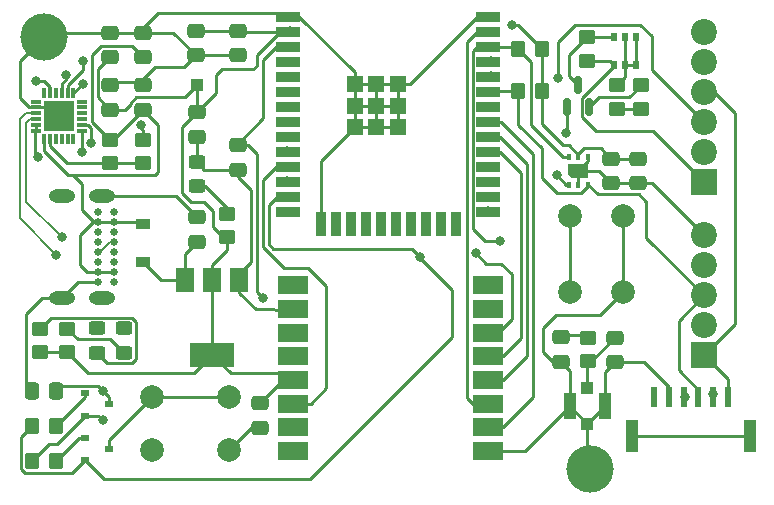
<source format=gtl>
G04 #@! TF.GenerationSoftware,KiCad,Pcbnew,7.0.8*
G04 #@! TF.CreationDate,2023-12-07T14:44:19+01:00*
G04 #@! TF.ProjectId,ESP32-aqs,45535033-322d-4617-9173-2e6b69636164,rev?*
G04 #@! TF.SameCoordinates,Original*
G04 #@! TF.FileFunction,Copper,L1,Top*
G04 #@! TF.FilePolarity,Positive*
%FSLAX46Y46*%
G04 Gerber Fmt 4.6, Leading zero omitted, Abs format (unit mm)*
G04 Created by KiCad (PCBNEW 7.0.8) date 2023-12-07 14:44:19*
%MOMM*%
%LPD*%
G01*
G04 APERTURE LIST*
G04 Aperture macros list*
%AMRoundRect*
0 Rectangle with rounded corners*
0 $1 Rounding radius*
0 $2 $3 $4 $5 $6 $7 $8 $9 X,Y pos of 4 corners*
0 Add a 4 corners polygon primitive as box body*
4,1,4,$2,$3,$4,$5,$6,$7,$8,$9,$2,$3,0*
0 Add four circle primitives for the rounded corners*
1,1,$1+$1,$2,$3*
1,1,$1+$1,$4,$5*
1,1,$1+$1,$6,$7*
1,1,$1+$1,$8,$9*
0 Add four rect primitives between the rounded corners*
20,1,$1+$1,$2,$3,$4,$5,0*
20,1,$1+$1,$4,$5,$6,$7,0*
20,1,$1+$1,$6,$7,$8,$9,0*
20,1,$1+$1,$8,$9,$2,$3,0*%
%AMFreePoly0*
4,1,15,-0.324998,0.855000,0.625000,0.855000,0.628536,0.853536,0.630000,0.850000,0.630000,-0.850000,0.628536,-0.853536,0.625000,-0.855000,-0.625000,-0.855000,-0.628536,-0.853536,-0.630000,-0.850000,-0.630001,0.550000,-0.628536,0.553536,-0.328536,0.853536,-0.325000,0.855001,-0.324998,0.855000,-0.324998,0.855000,$1*%
G04 Aperture macros list end*
G04 #@! TA.AperFunction,SMDPad,CuDef*
%ADD10RoundRect,0.250000X0.450000X-0.350000X0.450000X0.350000X-0.450000X0.350000X-0.450000X-0.350000X0*%
G04 #@! TD*
G04 #@! TA.AperFunction,SMDPad,CuDef*
%ADD11RoundRect,0.250000X0.350000X0.450000X-0.350000X0.450000X-0.350000X-0.450000X0.350000X-0.450000X0*%
G04 #@! TD*
G04 #@! TA.AperFunction,SMDPad,CuDef*
%ADD12R,0.510000X0.700000*%
G04 #@! TD*
G04 #@! TA.AperFunction,SMDPad,CuDef*
%ADD13R,0.850000X0.300000*%
G04 #@! TD*
G04 #@! TA.AperFunction,SMDPad,CuDef*
%ADD14R,0.300000X0.850000*%
G04 #@! TD*
G04 #@! TA.AperFunction,SMDPad,CuDef*
%ADD15R,2.550000X2.550000*%
G04 #@! TD*
G04 #@! TA.AperFunction,SMDPad,CuDef*
%ADD16R,0.400000X0.550000*%
G04 #@! TD*
G04 #@! TA.AperFunction,SMDPad,CuDef*
%ADD17FreePoly0,90.000000*%
G04 #@! TD*
G04 #@! TA.AperFunction,SMDPad,CuDef*
%ADD18RoundRect,0.250000X-0.475000X0.337500X-0.475000X-0.337500X0.475000X-0.337500X0.475000X0.337500X0*%
G04 #@! TD*
G04 #@! TA.AperFunction,SMDPad,CuDef*
%ADD19RoundRect,0.250000X-0.450000X0.350000X-0.450000X-0.350000X0.450000X-0.350000X0.450000X0.350000X0*%
G04 #@! TD*
G04 #@! TA.AperFunction,SMDPad,CuDef*
%ADD20RoundRect,0.250000X-0.450000X0.325000X-0.450000X-0.325000X0.450000X-0.325000X0.450000X0.325000X0*%
G04 #@! TD*
G04 #@! TA.AperFunction,SMDPad,CuDef*
%ADD21R,1.000000X1.000000*%
G04 #@! TD*
G04 #@! TA.AperFunction,SMDPad,CuDef*
%ADD22R,1.050000X2.200000*%
G04 #@! TD*
G04 #@! TA.AperFunction,ComponentPad*
%ADD23C,2.000000*%
G04 #@! TD*
G04 #@! TA.AperFunction,SMDPad,CuDef*
%ADD24R,2.000000X0.900000*%
G04 #@! TD*
G04 #@! TA.AperFunction,SMDPad,CuDef*
%ADD25R,0.900000X2.000000*%
G04 #@! TD*
G04 #@! TA.AperFunction,SMDPad,CuDef*
%ADD26R,1.330000X1.330000*%
G04 #@! TD*
G04 #@! TA.AperFunction,ComponentPad*
%ADD27C,0.300000*%
G04 #@! TD*
G04 #@! TA.AperFunction,SMDPad,CuDef*
%ADD28RoundRect,0.250000X0.475000X-0.337500X0.475000X0.337500X-0.475000X0.337500X-0.475000X-0.337500X0*%
G04 #@! TD*
G04 #@! TA.AperFunction,SMDPad,CuDef*
%ADD29R,2.540000X1.524000*%
G04 #@! TD*
G04 #@! TA.AperFunction,ComponentPad*
%ADD30R,1.000000X1.000000*%
G04 #@! TD*
G04 #@! TA.AperFunction,ComponentPad*
%ADD31C,0.650000*%
G04 #@! TD*
G04 #@! TA.AperFunction,ComponentPad*
%ADD32O,2.216000X1.108000*%
G04 #@! TD*
G04 #@! TA.AperFunction,ComponentPad*
%ADD33C,4.000000*%
G04 #@! TD*
G04 #@! TA.AperFunction,SMDPad,CuDef*
%ADD34R,0.600000X1.700000*%
G04 #@! TD*
G04 #@! TA.AperFunction,SMDPad,CuDef*
%ADD35R,1.000000X2.800000*%
G04 #@! TD*
G04 #@! TA.AperFunction,SMDPad,CuDef*
%ADD36RoundRect,0.250000X0.337500X0.475000X-0.337500X0.475000X-0.337500X-0.475000X0.337500X-0.475000X0*%
G04 #@! TD*
G04 #@! TA.AperFunction,ComponentPad*
%ADD37R,2.200000X2.200000*%
G04 #@! TD*
G04 #@! TA.AperFunction,ComponentPad*
%ADD38C,2.200000*%
G04 #@! TD*
G04 #@! TA.AperFunction,SMDPad,CuDef*
%ADD39R,1.219200X0.914400*%
G04 #@! TD*
G04 #@! TA.AperFunction,SMDPad,CuDef*
%ADD40RoundRect,0.250000X-0.350000X-0.450000X0.350000X-0.450000X0.350000X0.450000X-0.350000X0.450000X0*%
G04 #@! TD*
G04 #@! TA.AperFunction,SMDPad,CuDef*
%ADD41R,0.800000X0.600000*%
G04 #@! TD*
G04 #@! TA.AperFunction,SMDPad,CuDef*
%ADD42RoundRect,0.150000X0.150000X-0.587500X0.150000X0.587500X-0.150000X0.587500X-0.150000X-0.587500X0*%
G04 #@! TD*
G04 #@! TA.AperFunction,SMDPad,CuDef*
%ADD43R,1.500000X2.000000*%
G04 #@! TD*
G04 #@! TA.AperFunction,SMDPad,CuDef*
%ADD44R,3.800000X2.000000*%
G04 #@! TD*
G04 #@! TA.AperFunction,ViaPad*
%ADD45C,0.800000*%
G04 #@! TD*
G04 #@! TA.AperFunction,Conductor*
%ADD46C,0.250000*%
G04 #@! TD*
G04 #@! TA.AperFunction,Conductor*
%ADD47C,0.200000*%
G04 #@! TD*
G04 APERTURE END LIST*
D10*
X178054000Y-74612000D03*
X178054000Y-72612000D03*
D11*
X169672000Y-69596000D03*
X167672000Y-69596000D03*
D12*
X177668000Y-68580000D03*
X176718000Y-68580000D03*
X175768000Y-68580000D03*
X175768000Y-70900000D03*
X176718000Y-70900000D03*
X177668000Y-70900000D03*
D13*
X126808000Y-74016000D03*
X126808000Y-74516000D03*
X126808000Y-75016000D03*
X126808000Y-75516000D03*
X126808000Y-76016000D03*
X126808000Y-76516000D03*
D14*
X127508000Y-77216000D03*
X128008000Y-77216000D03*
X128508000Y-77216000D03*
X129008000Y-77216000D03*
X129508000Y-77216000D03*
X130008000Y-77216000D03*
D13*
X130708000Y-76516000D03*
X130708000Y-76016000D03*
X130708000Y-75516000D03*
X130708000Y-75016000D03*
X130708000Y-74516000D03*
X130708000Y-74016000D03*
D14*
X130008000Y-73316000D03*
X129508000Y-73316000D03*
X129008000Y-73316000D03*
X128508000Y-73316000D03*
X128008000Y-73316000D03*
X127508000Y-73316000D03*
D15*
X128758000Y-75266000D03*
D16*
X171958000Y-81040000D03*
X172758000Y-81040000D03*
X173558000Y-81040000D03*
X173558000Y-78740000D03*
X172758000Y-78740000D03*
X171958000Y-78740000D03*
D17*
X172758000Y-79890000D03*
D18*
X145796000Y-99568000D03*
X145796000Y-101643000D03*
D19*
X176022000Y-72644000D03*
X176022000Y-74644000D03*
D20*
X140462000Y-79146000D03*
X140462000Y-81196000D03*
D21*
X173531000Y-98297000D03*
D22*
X175006000Y-99797000D03*
D21*
X173531000Y-101297000D03*
D22*
X172056000Y-99797000D03*
D18*
X143903500Y-77702500D03*
X143903500Y-79777500D03*
X177838000Y-78874000D03*
X177838000Y-80949000D03*
D23*
X143152000Y-103560000D03*
X136652000Y-103560000D03*
X143152000Y-99060000D03*
X136652000Y-99060000D03*
D10*
X129500000Y-95250000D03*
X129500000Y-93250000D03*
D24*
X148145000Y-66865000D03*
X148145000Y-68135000D03*
X148145000Y-69405000D03*
X148145000Y-70675000D03*
X148145000Y-71945000D03*
X148145000Y-73215000D03*
X148145000Y-74485000D03*
X148145000Y-75755000D03*
X148145000Y-77025000D03*
X148145000Y-78295000D03*
X148145000Y-79565000D03*
X148145000Y-80835000D03*
X148145000Y-82105000D03*
X148145000Y-83375000D03*
D25*
X150930000Y-84375000D03*
X152200000Y-84375000D03*
X153470000Y-84375000D03*
X154740000Y-84375000D03*
X156010000Y-84375000D03*
X157280000Y-84375000D03*
X158550000Y-84375000D03*
X159820000Y-84375000D03*
X161090000Y-84375000D03*
X162360000Y-84375000D03*
D24*
X165145000Y-83375000D03*
X165145000Y-82105000D03*
X165145000Y-80835000D03*
X165145000Y-79565000D03*
X165145000Y-78295000D03*
X165145000Y-77025000D03*
X165145000Y-75755000D03*
X165145000Y-74485000D03*
X165145000Y-73215000D03*
X165145000Y-71945000D03*
X165145000Y-70675000D03*
X165145000Y-69405000D03*
X165145000Y-68135000D03*
X165145000Y-66865000D03*
D26*
X153810000Y-72530000D03*
X155645000Y-72530000D03*
X157480000Y-72530000D03*
X153810000Y-74365000D03*
X155645000Y-74365000D03*
X157480000Y-74365000D03*
X153810000Y-76200000D03*
X155645000Y-76200000D03*
X157480000Y-76200000D03*
D27*
X154727500Y-72530000D03*
X156562500Y-72530000D03*
X153810000Y-73447500D03*
X155645000Y-73447500D03*
X157480000Y-73447500D03*
X154727500Y-74365000D03*
X156562500Y-74365000D03*
X153810000Y-75282500D03*
X155645000Y-75282500D03*
X157480000Y-75282500D03*
X154727500Y-76200000D03*
X156562500Y-76200000D03*
D28*
X171294000Y-96030000D03*
X171294000Y-93955000D03*
D18*
X143903500Y-68029000D03*
X143903500Y-70104000D03*
D29*
X165100000Y-103600000D03*
X165100000Y-101600000D03*
X165100000Y-99600000D03*
X165100000Y-97600000D03*
X165100000Y-95600000D03*
X165100000Y-93600000D03*
X165100000Y-91600000D03*
X165100000Y-89520000D03*
X148560000Y-89520000D03*
X148560000Y-91600000D03*
X148560000Y-93600000D03*
X148560000Y-95600000D03*
X148560000Y-97600000D03*
X148560000Y-99600000D03*
X148560000Y-101600000D03*
X148560000Y-103600000D03*
D30*
X140462000Y-72644000D03*
D31*
X133430000Y-83380000D03*
X133430000Y-84230000D03*
X133430000Y-85080000D03*
X133430000Y-85930000D03*
X133430000Y-86780000D03*
X133430000Y-87630000D03*
X133430000Y-88480000D03*
X133430000Y-89330000D03*
X132080000Y-89330000D03*
X132080000Y-88480000D03*
X132080000Y-87630000D03*
X132080000Y-86780000D03*
X132080000Y-85930000D03*
X132080000Y-85080000D03*
X132080000Y-84230000D03*
X132080000Y-83380000D03*
D32*
X132450000Y-82030000D03*
X132450000Y-90680000D03*
X129070000Y-90680000D03*
X129070000Y-82030000D03*
D33*
X173736000Y-105156000D03*
D10*
X127214000Y-95259000D03*
X127214000Y-93259000D03*
D34*
X185420000Y-99012000D03*
X184170000Y-99012000D03*
X182920000Y-99012000D03*
X181670000Y-99012000D03*
X180420000Y-99012000D03*
X179170000Y-99012000D03*
D35*
X177320000Y-102362000D03*
X187270000Y-102362000D03*
D36*
X128537500Y-98500000D03*
X126462500Y-98500000D03*
D37*
X183388000Y-95500000D03*
D38*
X183388000Y-92960000D03*
X183388000Y-90420000D03*
X183388000Y-87880000D03*
X183388000Y-85340000D03*
D18*
X175552000Y-78874000D03*
X175552000Y-80949000D03*
D19*
X173580000Y-94014000D03*
X173580000Y-96014000D03*
D39*
X135890000Y-87630000D03*
X135890000Y-84353400D03*
D37*
X183388000Y-80830000D03*
D38*
X183388000Y-78290000D03*
X183388000Y-75750000D03*
X183388000Y-73210000D03*
X183388000Y-70670000D03*
X183388000Y-68130000D03*
D28*
X133096000Y-74697500D03*
X133096000Y-72622500D03*
X140462000Y-85873500D03*
X140462000Y-83798500D03*
D10*
X135890000Y-79232000D03*
X135890000Y-77232000D03*
D18*
X140347500Y-68029000D03*
X140347500Y-70104000D03*
D28*
X175866000Y-96073000D03*
X175866000Y-93998000D03*
D40*
X126500000Y-104450000D03*
X128500000Y-104450000D03*
D18*
X140462000Y-74930000D03*
X140462000Y-77005000D03*
D41*
X131000000Y-98700000D03*
X131000000Y-100600000D03*
X133020000Y-99650000D03*
X131000000Y-102500000D03*
X131000000Y-104400000D03*
X133020000Y-103450000D03*
D40*
X126500000Y-101500000D03*
X128500000Y-101500000D03*
D42*
X171770000Y-74519000D03*
X173670000Y-74519000D03*
X172720000Y-72644000D03*
D28*
X133096000Y-70252500D03*
X133096000Y-68177500D03*
D20*
X131964000Y-93225000D03*
X131964000Y-95275000D03*
D28*
X135890000Y-74697500D03*
X135890000Y-72622500D03*
D11*
X169672000Y-73152000D03*
X167672000Y-73152000D03*
D10*
X173482000Y-70580000D03*
X173482000Y-68580000D03*
D33*
X127508000Y-68580000D03*
D19*
X133096000Y-77232000D03*
X133096000Y-79232000D03*
D43*
X144032000Y-89154000D03*
X141732000Y-89154000D03*
D44*
X141732000Y-95454000D03*
D43*
X139432000Y-89154000D03*
D19*
X143000000Y-83500000D03*
X143000000Y-85500000D03*
D20*
X134250000Y-93225000D03*
X134250000Y-95275000D03*
D28*
X135890000Y-70252500D03*
X135890000Y-68177500D03*
D23*
X172030000Y-90170000D03*
X172030000Y-83670000D03*
X176530000Y-90170000D03*
X176530000Y-83670000D03*
D45*
X139446000Y-89154000D03*
X178200000Y-72500000D03*
X165100000Y-89408000D03*
X135750000Y-76000000D03*
X148590000Y-91694000D03*
X184150000Y-98806000D03*
X175514000Y-78740000D03*
X148336000Y-68072000D03*
X127000000Y-78740000D03*
X170942000Y-80264000D03*
X167132000Y-67564000D03*
X146050000Y-90678000D03*
X165354000Y-70612000D03*
X130810000Y-70612000D03*
X171000000Y-72000000D03*
X129392898Y-71734898D03*
X165354000Y-71882000D03*
X181750000Y-99000000D03*
X166116000Y-85852000D03*
X148590000Y-89408000D03*
X171196000Y-93980000D03*
X159366250Y-87159500D03*
X130800000Y-72500000D03*
X164084000Y-86868000D03*
X148082000Y-80772000D03*
X171704000Y-76670500D03*
X132500000Y-98500000D03*
X165100000Y-83312000D03*
X131964000Y-93225000D03*
X131500000Y-77500000D03*
X134250000Y-93225000D03*
X130750000Y-78250000D03*
X128500000Y-87000000D03*
X129000000Y-85500000D03*
X132500000Y-101000000D03*
X126873000Y-72263000D03*
X148082000Y-78232000D03*
X176022000Y-74676000D03*
D46*
X137414000Y-89154000D02*
X139432000Y-89154000D01*
X184210000Y-73210000D02*
X183388000Y-73210000D01*
X183388000Y-95500000D02*
X185420000Y-97532000D01*
X186000000Y-75000000D02*
X184210000Y-73210000D01*
X139432000Y-86903500D02*
X140462000Y-85873500D01*
X183388000Y-95500000D02*
X186000000Y-92888000D01*
X186000000Y-92888000D02*
X186000000Y-75000000D01*
X139432000Y-89154000D02*
X139446000Y-89154000D01*
X139446000Y-89154000D02*
X139432000Y-86903500D01*
X135890000Y-87630000D02*
X137414000Y-89154000D01*
X185420000Y-97532000D02*
X185420000Y-99012000D01*
X175006000Y-99797000D02*
X175006000Y-99822000D01*
X178997000Y-80949000D02*
X183388000Y-85340000D01*
X172056000Y-99797000D02*
X172056000Y-99822000D01*
X135890000Y-67818000D02*
X137160000Y-66548000D01*
X128008000Y-74516000D02*
X126273380Y-74516000D01*
X155645000Y-75282500D02*
X155645000Y-74365000D01*
X143903500Y-79777500D02*
X143903500Y-80403500D01*
X135890000Y-72622500D02*
X135890000Y-72136000D01*
X133096000Y-72622500D02*
X133328500Y-72390000D01*
X136906000Y-71120000D02*
X139331500Y-71120000D01*
X173558000Y-78740000D02*
X173558000Y-79090000D01*
X174493000Y-79890000D02*
X175552000Y-80949000D01*
X126000000Y-98037500D02*
X126000000Y-92000000D01*
X176530000Y-90170000D02*
X176530000Y-83670000D01*
X173531000Y-104951000D02*
X173736000Y-105156000D01*
X175006000Y-96933000D02*
X175866000Y-96073000D01*
X145034000Y-87630000D02*
X144032000Y-88632000D01*
X168253000Y-103600000D02*
X172056000Y-99797000D01*
X174529000Y-73660000D02*
X177006000Y-73660000D01*
X173558000Y-79090000D02*
X172758000Y-79890000D01*
X172056000Y-99797000D02*
X172056000Y-96792000D01*
X157480000Y-75282500D02*
X157480000Y-76200000D01*
X147828000Y-66548000D02*
X139700000Y-66548000D01*
X170900000Y-92100000D02*
X174600000Y-92100000D01*
X148590000Y-91694000D02*
X148560000Y-91600000D01*
X154727500Y-74365000D02*
X155645000Y-74365000D01*
X174600000Y-92100000D02*
X176530000Y-90170000D01*
X175006000Y-99797000D02*
X175006000Y-96933000D01*
X126273380Y-74516000D02*
X125476000Y-73718620D01*
X165100000Y-103600000D02*
X168253000Y-103600000D01*
X143903500Y-79777500D02*
X141093500Y-79777500D01*
X156562500Y-74365000D02*
X155645000Y-74365000D01*
X154727500Y-72530000D02*
X155645000Y-72530000D01*
X143152000Y-103560000D02*
X145069000Y-101643000D01*
X139331500Y-71120000D02*
X140347500Y-70104000D01*
X150930000Y-84375000D02*
X150930000Y-79080000D01*
X164145000Y-66865000D02*
X158480000Y-72530000D01*
X135750000Y-76000000D02*
X135750000Y-76250000D01*
X153810000Y-75282500D02*
X153810000Y-74365000D01*
X169800000Y-95200000D02*
X169800000Y-93200000D01*
X156562500Y-72530000D02*
X157480000Y-72530000D01*
X180420000Y-99012000D02*
X180420000Y-98162000D01*
X177838000Y-80949000D02*
X178997000Y-80949000D01*
X153810000Y-73447500D02*
X153810000Y-72530000D01*
X128758000Y-75266000D02*
X128008000Y-74516000D01*
X127910500Y-68177500D02*
X127508000Y-68580000D01*
X178331000Y-96073000D02*
X175866000Y-96073000D01*
X126462500Y-98500000D02*
X126000000Y-98037500D01*
X156562500Y-76200000D02*
X155645000Y-76200000D01*
X145069000Y-101643000D02*
X145796000Y-101643000D01*
X143903500Y-80403500D02*
X145034000Y-81534000D01*
X157480000Y-75282500D02*
X157480000Y-74365000D01*
X148145000Y-66865000D02*
X149145000Y-66865000D01*
X127320000Y-90680000D02*
X129070000Y-90680000D01*
X165145000Y-66865000D02*
X164145000Y-66865000D01*
X130420000Y-89330000D02*
X132080000Y-89330000D01*
X125476000Y-73718620D02*
X125476000Y-70612000D01*
X156562500Y-76200000D02*
X157480000Y-76200000D01*
X141093500Y-79777500D02*
X140462000Y-79146000D01*
X144032000Y-88632000D02*
X144032000Y-89154000D01*
X154727500Y-76200000D02*
X153810000Y-76200000D01*
X140462000Y-77005000D02*
X140462000Y-79146000D01*
X172056000Y-99822000D02*
X173531000Y-101297000D01*
X133328500Y-72390000D02*
X135657500Y-72390000D01*
X172758000Y-81040000D02*
X172758000Y-79890000D01*
X155645000Y-73447500D02*
X155645000Y-72530000D01*
X175552000Y-80949000D02*
X177838000Y-80949000D01*
X175006000Y-99822000D02*
X173531000Y-101297000D01*
X145034000Y-81534000D02*
X145034000Y-87630000D01*
X135890000Y-68177500D02*
X138421000Y-68177500D01*
X137160000Y-66548000D02*
X139700000Y-66548000D01*
X149145000Y-66865000D02*
X153810000Y-71530000D01*
X135890000Y-68177500D02*
X135890000Y-67818000D01*
X133096000Y-68177500D02*
X127910500Y-68177500D01*
X144032000Y-90184000D02*
X145448000Y-91600000D01*
X135657500Y-72390000D02*
X135890000Y-72622500D01*
X170630000Y-96030000D02*
X169800000Y-95200000D01*
X173670000Y-74519000D02*
X174529000Y-73660000D01*
X126000000Y-92000000D02*
X127320000Y-90680000D01*
X173531000Y-101297000D02*
X173531000Y-104951000D01*
X135890000Y-76390000D02*
X135890000Y-77232000D01*
X171294000Y-96030000D02*
X170630000Y-96030000D01*
X153810000Y-71530000D02*
X153810000Y-72530000D01*
X153810000Y-73447500D02*
X153810000Y-74365000D01*
X172056000Y-96792000D02*
X171294000Y-96030000D01*
X157480000Y-73447500D02*
X157480000Y-72530000D01*
X138693500Y-82030000D02*
X140462000Y-83798500D01*
X125476000Y-70612000D02*
X127508000Y-68580000D01*
X155645000Y-75282500D02*
X155645000Y-76200000D01*
X169800000Y-93200000D02*
X170900000Y-92100000D01*
X153810000Y-75282500D02*
X153810000Y-76200000D01*
X154727500Y-74365000D02*
X153810000Y-74365000D01*
X148145000Y-66865000D02*
X147828000Y-66548000D01*
X135890000Y-72136000D02*
X136906000Y-71120000D01*
X135750000Y-76250000D02*
X135890000Y-76390000D01*
X172758000Y-79890000D02*
X174493000Y-79890000D01*
X155645000Y-73447500D02*
X155645000Y-74365000D01*
X150930000Y-79080000D02*
X153810000Y-76200000D01*
X156562500Y-72530000D02*
X155645000Y-72530000D01*
X154727500Y-76200000D02*
X155645000Y-76200000D01*
X178200000Y-72500000D02*
X178054000Y-72612000D01*
X133096000Y-68177500D02*
X135890000Y-68177500D01*
X144032000Y-89154000D02*
X144032000Y-90184000D01*
X154727500Y-72530000D02*
X153810000Y-72530000D01*
X145448000Y-91600000D02*
X148590000Y-91694000D01*
X180420000Y-98162000D02*
X178331000Y-96073000D01*
X177006000Y-73660000D02*
X178200000Y-72500000D01*
X132450000Y-82030000D02*
X138693500Y-82030000D01*
X140347500Y-70104000D02*
X143903500Y-70104000D01*
X156562500Y-74365000D02*
X157480000Y-74365000D01*
X138421000Y-68177500D02*
X140347500Y-70104000D01*
X129070000Y-90680000D02*
X130420000Y-89330000D01*
X157480000Y-73447500D02*
X157480000Y-74365000D01*
X158480000Y-72530000D02*
X157480000Y-72530000D01*
X141050000Y-82550000D02*
X141800000Y-83300000D01*
X169672000Y-69596000D02*
X169672000Y-73152000D01*
X172758000Y-78465000D02*
X173245000Y-77978000D01*
X148208000Y-68135000D02*
X144009500Y-68135000D01*
X139192000Y-76200000D02*
X139192000Y-81778087D01*
X132046000Y-71302500D02*
X132046000Y-73647500D01*
X139192000Y-81778087D02*
X139963913Y-82550000D01*
X135301826Y-73660000D02*
X139446000Y-73660000D01*
X167132000Y-67564000D02*
X167640000Y-67564000D01*
X133096000Y-70252500D02*
X132046000Y-71302500D01*
X169672000Y-75946000D02*
X171450000Y-77724000D01*
X141732000Y-95454000D02*
X143306000Y-97028000D01*
X145542000Y-70098380D02*
X145542000Y-71000000D01*
X172758000Y-78740000D02*
X172758000Y-78465000D01*
X171450000Y-77724000D02*
X171958000Y-77724000D01*
X134840000Y-74121826D02*
X135301826Y-73660000D01*
X144009500Y-68135000D02*
X143903500Y-68029000D01*
X134344500Y-74697500D02*
X134840000Y-74202000D01*
X142600000Y-71300000D02*
X142100000Y-71800000D01*
X145242000Y-71300000D02*
X142600000Y-71300000D01*
X142100000Y-71800000D02*
X142100000Y-73292000D01*
X127223000Y-95250000D02*
X127214000Y-95259000D01*
X170942000Y-80264000D02*
X171718000Y-81040000D01*
X143306000Y-97028000D02*
X147988000Y-97028000D01*
X139963913Y-82550000D02*
X141050000Y-82550000D01*
X141732000Y-89154000D02*
X141732000Y-95454000D01*
X148145000Y-68135000D02*
X148082000Y-68135000D01*
X148082000Y-68135000D02*
X148336000Y-68072000D01*
X140347500Y-68029000D02*
X143903500Y-68029000D01*
X174656000Y-77978000D02*
X175552000Y-78874000D01*
X140462000Y-74930000D02*
X139192000Y-76200000D01*
X145796000Y-99568000D02*
X147764000Y-97600000D01*
X140462000Y-74930000D02*
X140462000Y-72644000D01*
X177838000Y-78874000D02*
X175552000Y-78874000D01*
X129500000Y-95250000D02*
X131250000Y-97000000D01*
X141800000Y-84618000D02*
X143002000Y-85820000D01*
X133096000Y-74697500D02*
X134344500Y-74697500D01*
X126750000Y-78490000D02*
X126750000Y-76574000D01*
X148336000Y-68072000D02*
X148208000Y-68135000D01*
X139446000Y-73660000D02*
X140462000Y-72644000D01*
X131250000Y-97000000D02*
X140186000Y-97000000D01*
X143002000Y-86582000D02*
X141732000Y-87852000D01*
X147988000Y-97028000D02*
X148560000Y-97600000D01*
X171718000Y-81040000D02*
X171958000Y-81040000D01*
X129500000Y-95250000D02*
X127223000Y-95250000D01*
X147764000Y-97600000D02*
X148560000Y-97600000D01*
X145542000Y-71000000D02*
X145242000Y-71300000D01*
X140186000Y-97000000D02*
X141732000Y-95454000D01*
X142100000Y-73292000D02*
X140462000Y-74930000D01*
X167640000Y-67564000D02*
X169672000Y-69596000D01*
X127000000Y-78740000D02*
X126750000Y-78490000D01*
X126750000Y-76574000D02*
X126808000Y-76516000D01*
X143002000Y-85820000D02*
X143002000Y-86582000D01*
X132046000Y-73647500D02*
X133096000Y-74697500D01*
X148145000Y-68135000D02*
X147505380Y-68135000D01*
X141800000Y-83300000D02*
X141800000Y-84618000D01*
X134840000Y-74202000D02*
X134840000Y-74121826D01*
X147505380Y-68135000D02*
X145542000Y-70098380D01*
X171958000Y-77724000D02*
X172758000Y-78524000D01*
X169672000Y-73152000D02*
X169672000Y-75946000D01*
X141732000Y-87852000D02*
X141732000Y-89154000D01*
X172758000Y-78524000D02*
X172758000Y-78740000D01*
X173245000Y-77978000D02*
X174656000Y-77978000D01*
X126808000Y-76516000D02*
X126808000Y-76016000D01*
X133020000Y-102692000D02*
X136652000Y-99060000D01*
X146050000Y-90678000D02*
X145542000Y-90170000D01*
X146050000Y-75450000D02*
X143903500Y-77596500D01*
X147145000Y-69405000D02*
X146050000Y-70500000D01*
X144758500Y-77702500D02*
X143903500Y-77702500D01*
X145542000Y-90170000D02*
X145542000Y-78486000D01*
X145542000Y-78486000D02*
X144758500Y-77702500D01*
X146050000Y-70500000D02*
X146050000Y-75450000D01*
X148145000Y-69405000D02*
X147145000Y-69405000D01*
X133020000Y-103450000D02*
X133020000Y-102692000D01*
X143903500Y-77596500D02*
X143903500Y-77702500D01*
X136652000Y-99060000D02*
X143152000Y-99060000D01*
X173850000Y-96014000D02*
X173580000Y-96014000D01*
X173531000Y-98297000D02*
X173531000Y-96063000D01*
X173531000Y-96063000D02*
X173580000Y-96014000D01*
X175866000Y-93998000D02*
X173850000Y-96014000D01*
X130810000Y-71342396D02*
X129508000Y-72644396D01*
X129508000Y-72644396D02*
X129508000Y-73316000D01*
X130810000Y-70612000D02*
X130810000Y-71342396D01*
X129392898Y-71734898D02*
X129392898Y-72123102D01*
X171000000Y-68974413D02*
X171000000Y-72000000D01*
X179000000Y-68500000D02*
X178000000Y-67500000D01*
X178000000Y-67500000D02*
X172474413Y-67500000D01*
X129392898Y-72123102D02*
X129008000Y-72508000D01*
X179000000Y-71362000D02*
X179000000Y-68500000D01*
X183388000Y-75750000D02*
X179000000Y-71362000D01*
X172474413Y-67500000D02*
X171000000Y-68974413D01*
X129008000Y-72508000D02*
X129008000Y-73316000D01*
X169672000Y-80518000D02*
X169672000Y-77978000D01*
X173558000Y-81204000D02*
X172974000Y-81788000D01*
X183388000Y-90420000D02*
X178500000Y-85532000D01*
X167672000Y-75978000D02*
X167672000Y-73152000D01*
X178500000Y-85532000D02*
X178500000Y-82500000D01*
X174379500Y-81861500D02*
X173558000Y-81040000D01*
X165208000Y-73152000D02*
X165145000Y-73215000D01*
X181250000Y-92558000D02*
X183388000Y-90420000D01*
X167672000Y-73152000D02*
X165208000Y-73152000D01*
X182920000Y-98420000D02*
X181250000Y-96750000D01*
X170942000Y-81788000D02*
X169672000Y-80518000D01*
X177861500Y-81861500D02*
X174379500Y-81861500D01*
X181250000Y-96750000D02*
X181250000Y-92558000D01*
X173558000Y-81040000D02*
X173558000Y-81204000D01*
X172974000Y-81788000D02*
X170942000Y-81788000D01*
X182920000Y-99012000D02*
X182920000Y-98420000D01*
X178500000Y-82500000D02*
X177861500Y-81861500D01*
X169672000Y-77978000D02*
X167672000Y-75978000D01*
X171450000Y-78740000D02*
X171958000Y-78740000D01*
X163820000Y-84826000D02*
X164846000Y-85852000D01*
X167672000Y-69596000D02*
X168747000Y-70671000D01*
X164145000Y-69405000D02*
X163820000Y-69730000D01*
X168747000Y-70671000D02*
X168747000Y-76037000D01*
X165145000Y-69405000D02*
X164145000Y-69405000D01*
X168747000Y-76037000D02*
X171450000Y-78740000D01*
X167481000Y-69405000D02*
X167672000Y-69596000D01*
X165202000Y-69462000D02*
X165145000Y-69405000D01*
X163820000Y-69730000D02*
X163820000Y-84826000D01*
X164846000Y-85852000D02*
X166116000Y-85852000D01*
X165145000Y-69405000D02*
X167481000Y-69405000D01*
X140462000Y-81196000D02*
X141162000Y-81196000D01*
X141162000Y-81196000D02*
X143002000Y-83036000D01*
X143002000Y-83036000D02*
X143002000Y-83820000D01*
X177320000Y-102362000D02*
X187270000Y-102362000D01*
X171353000Y-93781500D02*
X171294000Y-93722500D01*
X171294000Y-93722500D02*
X171196000Y-93980000D01*
X173580000Y-93781500D02*
X171353000Y-93781500D01*
X171196000Y-93980000D02*
X171294000Y-93765500D01*
X159366250Y-87267750D02*
X162052000Y-89953500D01*
X146939000Y-86487000D02*
X146558000Y-86106000D01*
X159366250Y-87159500D02*
X158693750Y-86487000D01*
X158693750Y-86487000D02*
X146939000Y-86487000D01*
X159366250Y-87159500D02*
X159366250Y-87267750D01*
X165988000Y-93600000D02*
X165100000Y-93600000D01*
X164084000Y-86868000D02*
X164973000Y-87757000D01*
X130008000Y-73292000D02*
X130800000Y-72500000D01*
X164973000Y-87757000D02*
X166243000Y-87757000D01*
X130008000Y-73316000D02*
X130008000Y-73292000D01*
X166243000Y-87757000D02*
X167132000Y-88646000D01*
X125911826Y-105475000D02*
X129925000Y-105475000D01*
X167132000Y-88646000D02*
X167132000Y-92456000D01*
X125575000Y-102425000D02*
X125575000Y-105138174D01*
X147257000Y-82105000D02*
X148145000Y-82105000D01*
X132600000Y-106000000D02*
X131000000Y-104400000D01*
X126500000Y-101500000D02*
X125575000Y-102425000D01*
X162052000Y-93948000D02*
X150000000Y-106000000D01*
X162052000Y-89953500D02*
X162052000Y-93948000D01*
X129925000Y-105475000D02*
X131000000Y-104400000D01*
X150000000Y-106000000D02*
X132600000Y-106000000D01*
X167132000Y-92456000D02*
X165988000Y-93600000D01*
X146558000Y-82804000D02*
X147257000Y-82105000D01*
X146558000Y-86106000D02*
X146558000Y-82804000D01*
X125575000Y-105138174D02*
X125911826Y-105475000D01*
X173045000Y-75303252D02*
X173045000Y-73734748D01*
X173045000Y-73734748D02*
X175768000Y-71011748D01*
X175768000Y-71011748D02*
X175768000Y-70900000D01*
X183388000Y-80264000D02*
X183388000Y-80772000D01*
X175448000Y-70580000D02*
X175768000Y-70900000D01*
X179079000Y-76521000D02*
X174262748Y-76521000D01*
X174262748Y-76521000D02*
X173045000Y-75303252D01*
X183388000Y-80830000D02*
X179079000Y-76521000D01*
X173482000Y-70580000D02*
X175448000Y-70580000D01*
X151384000Y-89662000D02*
X149860000Y-88138000D01*
X150082000Y-99600000D02*
X151384000Y-98298000D01*
X147828000Y-88138000D02*
X146050000Y-86360000D01*
X149860000Y-88138000D02*
X147828000Y-88138000D01*
X151384000Y-98298000D02*
X151384000Y-89662000D01*
X148560000Y-99600000D02*
X150082000Y-99600000D01*
X146050000Y-86360000D02*
X146050000Y-80660000D01*
X146050000Y-80660000D02*
X147145000Y-79565000D01*
X147145000Y-79565000D02*
X148145000Y-79565000D01*
X171704000Y-76670500D02*
X171770000Y-76604500D01*
X171770000Y-76604500D02*
X171770000Y-74519000D01*
X172030000Y-83670000D02*
X172030000Y-90170000D01*
X132075000Y-98075000D02*
X128962500Y-98075000D01*
X132500000Y-98500000D02*
X132075000Y-98075000D01*
X133020000Y-99020000D02*
X133020000Y-99650000D01*
X132500000Y-98500000D02*
X133020000Y-99020000D01*
X128962500Y-98075000D02*
X128537500Y-98500000D01*
X165100000Y-95600000D02*
X166370000Y-95600000D01*
X166370000Y-95600000D02*
X167894000Y-94076000D01*
X166145000Y-78295000D02*
X165145000Y-78295000D01*
X167894000Y-94076000D02*
X167894000Y-80044000D01*
X167894000Y-80044000D02*
X166145000Y-78295000D01*
X166145000Y-77025000D02*
X165145000Y-77025000D01*
X168402000Y-79282000D02*
X166145000Y-77025000D01*
X166370000Y-97600000D02*
X168402000Y-95568000D01*
X165100000Y-97600000D02*
X166370000Y-97600000D01*
X168402000Y-95568000D02*
X168402000Y-79282000D01*
X166370000Y-101600000D02*
X168910000Y-99060000D01*
X165100000Y-101600000D02*
X166370000Y-101600000D01*
X168910000Y-99060000D02*
X168910000Y-78486000D01*
X168910000Y-78486000D02*
X166179000Y-75755000D01*
X166179000Y-75755000D02*
X165145000Y-75755000D01*
X163322000Y-99092000D02*
X163830000Y-99600000D01*
X164145000Y-68135000D02*
X163322000Y-68958000D01*
X163830000Y-99600000D02*
X165100000Y-99600000D01*
X165145000Y-68135000D02*
X164145000Y-68135000D01*
X163322000Y-68958000D02*
X163322000Y-99092000D01*
X175768000Y-68580000D02*
X173482000Y-68580000D01*
X171958000Y-71882000D02*
X171958000Y-70104000D01*
X172720000Y-72644000D02*
X171958000Y-71882000D01*
X171958000Y-70104000D02*
X173482000Y-68580000D01*
X133096000Y-77232000D02*
X133355500Y-77232000D01*
X131755000Y-84230000D02*
X130750000Y-83225000D01*
X132080000Y-88480000D02*
X131152000Y-88480000D01*
X130000000Y-80264000D02*
X136906000Y-80264000D01*
X133430000Y-84230000D02*
X132080000Y-84230000D01*
X136906000Y-80264000D02*
X137160000Y-80010000D01*
X130750000Y-81014000D02*
X130000000Y-80264000D01*
X131596000Y-75732000D02*
X131596000Y-70080000D01*
X130556000Y-85344000D02*
X131670000Y-84230000D01*
X131596000Y-70080000D02*
X132336000Y-69340000D01*
X127508000Y-78222695D02*
X129549305Y-80264000D01*
X134977500Y-69340000D02*
X135890000Y-70252500D01*
X132080000Y-88480000D02*
X133430000Y-88480000D01*
X130750000Y-83225000D02*
X130750000Y-81014000D01*
X133096000Y-77232000D02*
X131596000Y-75732000D01*
X137160000Y-80010000D02*
X137160000Y-75967500D01*
X129549305Y-80264000D02*
X130000000Y-80264000D01*
X131670000Y-84230000D02*
X132080000Y-84230000D01*
X135766600Y-84230000D02*
X135890000Y-84353400D01*
X133355500Y-77232000D02*
X135890000Y-74697500D01*
X130556000Y-87884000D02*
X130556000Y-85344000D01*
X132080000Y-84230000D02*
X131755000Y-84230000D01*
X133430000Y-84230000D02*
X135766600Y-84230000D01*
X131152000Y-88480000D02*
X130556000Y-87884000D01*
X127508000Y-77216000D02*
X127508000Y-78222695D01*
X132336000Y-69340000D02*
X134977500Y-69340000D01*
X137160000Y-75967500D02*
X135890000Y-74697500D01*
X131242620Y-76016000D02*
X131500000Y-76273380D01*
X131500000Y-76273380D02*
X131500000Y-77500000D01*
X130708000Y-76016000D02*
X131242620Y-76016000D01*
X128148000Y-92325000D02*
X134938174Y-92325000D01*
X127214000Y-93259000D02*
X128148000Y-92325000D01*
X135275000Y-95838174D02*
X134938174Y-96175000D01*
X134938174Y-92325000D02*
X135275000Y-92661826D01*
X132864000Y-96175000D02*
X131964000Y-95275000D01*
X135275000Y-92661826D02*
X135275000Y-95838174D01*
X134938174Y-96175000D02*
X132864000Y-96175000D01*
X130708000Y-76516000D02*
X130708000Y-78208000D01*
X130708000Y-78208000D02*
X130750000Y-78250000D01*
X129500000Y-93250000D02*
X130375000Y-94125000D01*
X133100000Y-94125000D02*
X134250000Y-95275000D01*
X130375000Y-94125000D02*
X133100000Y-94125000D01*
D47*
X125976368Y-75016000D02*
X125500000Y-75492368D01*
X133070000Y-85930000D02*
X133430000Y-85930000D01*
X125500000Y-75492368D02*
X125500000Y-83844000D01*
X132220000Y-86780000D02*
X133070000Y-85930000D01*
X132080000Y-86780000D02*
X132220000Y-86780000D01*
X128500000Y-87000000D02*
X128524000Y-86868000D01*
X126808000Y-75016000D02*
X125976368Y-75016000D01*
X125500000Y-83844000D02*
X128500000Y-87000000D01*
X126308736Y-75516000D02*
X126000000Y-75824736D01*
X126000000Y-75824736D02*
X126000000Y-82500000D01*
X126000000Y-82500000D02*
X129000000Y-85500000D01*
X126808000Y-75516000D02*
X126308736Y-75516000D01*
D46*
X128008000Y-77750620D02*
X129489380Y-79232000D01*
X128008000Y-77216000D02*
X128008000Y-77750620D01*
X135890000Y-79232000D02*
X133096000Y-79232000D01*
X129489380Y-79232000D02*
X133096000Y-79232000D01*
X127489620Y-72263000D02*
X128008000Y-72781380D01*
X131000000Y-100600000D02*
X131000000Y-100648000D01*
X131000000Y-100600000D02*
X132100000Y-100600000D01*
X127950000Y-103000000D02*
X126500000Y-104450000D01*
X132100000Y-100600000D02*
X132500000Y-101000000D01*
X128008000Y-72781380D02*
X128008000Y-73316000D01*
X128648000Y-103000000D02*
X127950000Y-103000000D01*
X126873000Y-72263000D02*
X127489620Y-72263000D01*
X131000000Y-100648000D02*
X128648000Y-103000000D01*
X130450000Y-102500000D02*
X131000000Y-102500000D01*
X128500000Y-104450000D02*
X130450000Y-102500000D01*
X176718000Y-70900000D02*
X176718000Y-68580000D01*
X177668000Y-68580000D02*
X177668000Y-70900000D01*
X176718000Y-70900000D02*
X177668000Y-70900000D01*
X176718000Y-70900000D02*
X176718000Y-71948000D01*
X176718000Y-71948000D02*
X176022000Y-72644000D01*
X175990000Y-74676000D02*
X176022000Y-74644000D01*
X176022000Y-74644000D02*
X176022000Y-74676000D01*
X178054000Y-74612000D02*
X176054000Y-74612000D01*
X176054000Y-74612000D02*
X176022000Y-74644000D01*
X176022000Y-74676000D02*
X175990000Y-74676000D01*
X131000000Y-99000000D02*
X128500000Y-101500000D01*
X131000000Y-98700000D02*
X131000000Y-99000000D01*
M02*

</source>
